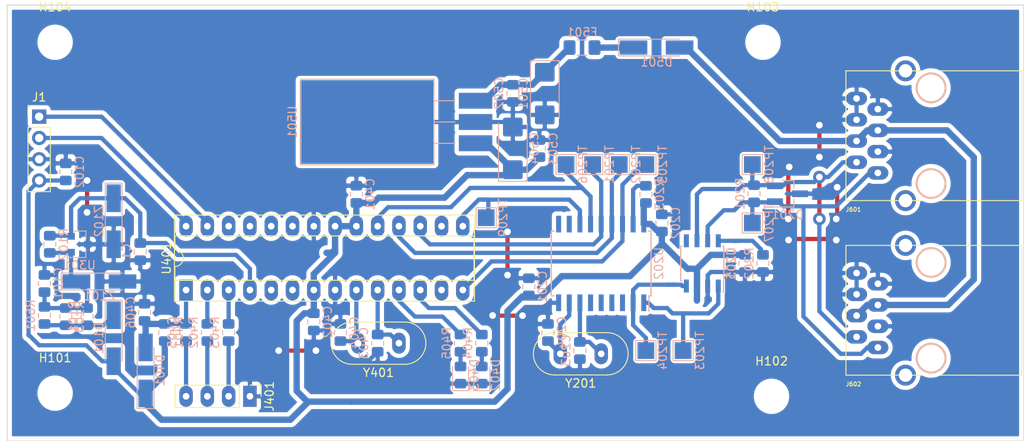
<source format=kicad_pcb>
(kicad_pcb (version 20171130) (host pcbnew 5.1.5)
  (layers (0 F.Cu jumper) (31 B.Cu signal) (34 B.Paste user) (35 F.Paste user) (36 B.SilkS user) (37 F.SilkS user) (38 B.Mask user) (39 F.Mask user) (44 Edge.Cuts user))
  (net 0 "")
  (net 1 GND)
  (net 2 +5V)
  (net 3 /MCU/RESET)
  (net 4 "Net-(C203-Pad1)")
  (net 5 "Net-(C204-Pad1)")
  (net 6 "Net-(C403-Pad1)")
  (net 7 "Net-(C404-Pad1)")
  (net 8 "Net-(C405-Pad2)")
  (net 9 "/POWER SUPPLY/+18V_OUT")
  (net 10 /MCU/LED2)
  (net 11 /MCU/LED1)
  (net 12 "Net-(D501-Pad1)")
  (net 13 "/POWER SUPPLY/+18V_IN")
  (net 14 "/CANBUS CONN/CAN_L")
  (net 15 "/CANBUS CONN/CAN_H")
  (net 16 "Net-(R202-Pad1)")
  (net 17 "Net-(R203-Pad2)")
  (net 18 /MCU/USART_RX)
  (net 19 "Net-(J401-Pad3)")
  (net 20 "Net-(J401-Pad2)")
  (net 21 /MCU/USART_TX)
  (net 22 /MOSI)
  (net 23 /MISO)
  (net 24 /CANBUS/TXCAN)
  (net 25 /CANBUS/RXCAN)
  (net 26 /CANBUS/CS)
  (net 27 /SCK)
  (net 28 /CANBUS/INT)
  (net 29 "Net-(U401-Pad5)")
  (net 30 "Net-(U401-Pad6)")
  (net 31 "Net-(U401-Pad24)")
  (net 32 "Net-(U401-Pad25)")
  (net 33 "Net-(U401-Pad26)")
  (net 34 "Net-(U401-Pad13)")
  (net 35 "Net-(U201-Pad5)")
  (net 36 "Net-(U202-Pad3)")
  (net 37 "Net-(U202-Pad4)")
  (net 38 "Net-(U202-Pad5)")
  (net 39 "Net-(U202-Pad6)")
  (net 40 "Net-(U202-Pad11)")
  (net 41 "Net-(D402-Pad2)")
  (net 42 "Net-(D403-Pad2)")
  (net 43 "Net-(U401-Pad16)")
  (net 44 "Net-(U202-Pad10)")
  (net 45 "Net-(U401-Pad23)")
  (net 46 /MCU/SDA)
  (net 47 /MCU/SCL)
  (net 48 /MCU/VOUT)
  (net 49 "Net-(C101-Pad1)")
  (net 50 "Net-(D101-Pad1)")
  (module TestPoint:TestPoint_Pad_2.0x2.0mm (layer B.Cu) (at 144.825 98.17 90)
    (fp_text reference TP209 (at 0 1.998 90) (layer B.SilkS) (effects (justify mirror)))
    (fp_text value INT)
    (pad 1 smd rect (at 0 0 90) (size 2 2) (layers B.Cu B.Mask) (net 28 /CANBUS/INT))
  )
  (module TestPoint:TestPoint_Pad_2.0x2.0mm (layer B.Cu) (at 176.575 91.82 90)
    (fp_text reference TP208 (at 0 1.998 90) (layer B.SilkS) (effects (justify mirror)))
    (fp_text value CAN_L)
    (pad 1 smd rect (at 0 0 90) (size 2 2) (layers B.Cu B.Mask) (net 14 "/CANBUS CONN/CAN_L"))
  )
  (module TestPoint:TestPoint_Pad_2.0x2.0mm (layer B.Cu) (at 176.575 98.805 90)
    (fp_text reference TP207 (at 0 1.998 90) (layer B.SilkS) (effects (justify mirror)))
    (fp_text value CAN_H)
    (pad 1 smd rect (at 0 0 90) (size 2 2) (layers B.Cu B.Mask) (net 15 "/CANBUS CONN/CAN_H"))
  )
  (module TestPoint:TestPoint_Pad_2.0x2.0mm (layer B.Cu) (at 163.875 91.82 90)
    (fp_text reference TP205 (at 0 1.998 90) (layer B.SilkS) (effects (justify mirror)))
    (fp_text value SC)
    (pad 1 smd rect (at 0 0 90) (size 2 2) (layers B.Cu B.Mask) (net 26 /CANBUS/CS))
  )
  (module TestPoint:TestPoint_Pad_2.0x2.0mm (layer B.Cu) (at 168.32 114.045 90)
    (fp_text reference TP203 (at 0 1.998 90) (layer B.SilkS) (effects (justify mirror)))
    (fp_text value TXCAN)
    (pad 1 smd rect (at 0 0 90) (size 2 2) (layers B.Cu B.Mask) (net 24 /CANBUS/TXCAN))
  )
  (module TestPoint:TestPoint_Pad_2.0x2.0mm (layer B.Cu) (at 160.7 91.82 90)
    (fp_text reference TP202 (at 0 1.998 90) (layer B.SilkS) (effects (justify mirror)))
    (fp_text value SO)
    (pad 1 smd rect (at 0 0 90) (size 2 2) (layers B.Cu B.Mask) (net 23 /MISO))
  )
  (module TestPoint:TestPoint_Pad_2.0x2.0mm (layer B.Cu) (at 157.525 91.82 90)
    (fp_text reference TP201 (at 0 1.998 90) (layer B.SilkS) (effects (justify mirror)))
    (fp_text value SI)
    (pad 1 smd rect (at 0 0 90) (size 2 2) (layers B.Cu B.Mask) (net 22 /MOSI))
  )
  (module Capacitor_SMD:C_0805_2012Metric_Pad1.15x1.40mm_HandSolder (layer B.Cu) (at 94.66 92.7 90)
    (fp_text reference C102 (at 0 1.65 90) (layer B.SilkS) (effects (justify mirror)))
    (fp_text value 100nF)
    (pad 1 smd roundrect (at -1.025 0 90) (size 1.15 1.4) (layers B.Cu B.Paste B.Mask) (roundrect_rratio 0.217) (net 2 +5V))
    (pad 2 smd roundrect (at 1.025 0 90) (size 1.15 1.4) (layers B.Cu B.Paste B.Mask) (roundrect_rratio 0.217391) (net 1 GND))
  )
  (module Capacitor_SMD:C_0805_2012Metric_Pad1.15x1.40mm_HandSolder (layer B.Cu) (at 92.12 106.035 90)
    (fp_text reference C101 (at 0 1.65 90) (layer B.SilkS) (effects (justify mirror)))
    (fp_text value 100n)
    (pad 1 smd roundrect (at -1.025 0 90) (size 1.15 1.4) (layers B.Cu B.Paste B.Mask) (roundrect_rratio 0.217391) (net 49 "Net-(C101-Pad1)"))
    (pad 2 smd roundrect (at 1.025 0 90) (size 1.15 1.4) (layers B.Cu B.Paste B.Mask) (roundrect_rratio 0.217391) (net 1 GND))
  )
  (module TestPoint:TestPoint_Pad_2.0x2.0mm (layer B.Cu) (at 154.35 91.82 90)
    (fp_text reference TP206 (at 0 1.998 90) (layer B.SilkS) (effects (justify mirror)))
    (fp_text value SCK)
    (pad 1 smd rect (at 0 0 90) (size 2 2) (layers B.Cu B.Mask) (net 27 /SCK))
  )
  (module TestPoint:TestPoint_Pad_2.0x2.0mm (layer B.Cu) (at 163.875 114.045 90)
    (fp_text reference TP204 (at 0 1.998 90) (layer B.SilkS) (effects (justify mirror)))
    (fp_text value RXCAN)
    (pad 1 smd rect (at 0 0 90) (size 2 2) (layers B.Cu B.Mask) (net 25 /CANBUS/RXCAN))
  )
  (module Diode_SMD:D_MiniMELF_Handsoldering (layer B.Cu) (at 100.375 98.595 270)
    (fp_text reference Z102 (at 0 1.75 270) (layer B.SilkS) (effects (justify mirror)))
    (fp_text value 4.7V)
    (pad 1 smd rect (at -2.75 0 270) (size 3.3 1.7) (layers B.Cu B.Paste B.Mask) (net 48 /MCU/VOUT))
    (pad 2 smd rect (at 2.75 0 270) (size 3.3 1.7) (layers B.Cu B.Paste B.Mask) (net 1 GND))
  )
  (module Diode_SMD:D_MiniMELF_Handsoldering (layer B.Cu) (at 98.68 105.79)
    (fp_text reference Z101 (at 0 1.75 180) (layer B.SilkS) (effects (justify mirror)))
    (fp_text value 4.7V)
    (pad 1 smd rect (at -2.75 0) (size 3.3 1.7) (layers B.Cu B.Paste B.Mask) (net 49 "Net-(C101-Pad1)"))
    (pad 2 smd rect (at 2.75 0) (size 3.3 1.7) (layers B.Cu B.Paste B.Mask) (net 1 GND))
  )
  (module Package_TO_SOT_SMD:SOT-23 (layer B.Cu) (at 96.295 101.345)
    (fp_text reference U301 (at 0 2.5 180) (layer B.SilkS) (effects (justify mirror)))
    (fp_text value A1101ELHL)
    (pad 1 smd rect (at -1 0.95) (size 0.9 0.8) (layers B.Cu B.Paste B.Mask) (net 49 "Net-(C101-Pad1)"))
    (pad 2 smd rect (at -1 -0.95) (size 0.9 0.8) (layers B.Cu B.Paste B.Mask) (net 48 /MCU/VOUT))
    (pad 3 smd rect (at 1 0) (size 0.9 0.8) (layers B.Cu B.Paste B.Mask) (net 1 GND))
  )
  (module Resistor_SMD:R_0805_2012Metric_Pad1.15x1.40mm_HandSolder (layer B.Cu) (at 97.2 109.99 270)
    (fp_text reference R101 (at 0 1.65 90) (layer B.SilkS) (effects (justify mirror)))
    (fp_text value 330)
    (pad 1 smd roundrect (at -1.025 0 270) (size 1.15 1.4) (layers B.Cu B.Paste B.Mask) (roundrect_rratio 0.217) (net 49 "Net-(C101-Pad1)"))
    (pad 2 smd roundrect (at 1.025 0 270) (size 1.15 1.4) (layers B.Cu B.Paste B.Mask) (roundrect_rratio 0.217) (net 50 "Net-(D101-Pad1)"))
  )
  (module Diode_SMD:D_MiniMELF_Handsoldering (layer B.Cu) (at 100.375 112.565 270)
    (fp_text reference D101 (at 0 1.75 270) (layer B.SilkS) (effects (justify mirror)))
    (fp_text value LL4148)
    (pad 1 smd rect (at -2.75 0 270) (size 3.3 1.7) (layers B.Cu B.Paste B.Mask) (net 50 "Net-(D101-Pad1)"))
    (pad 2 smd rect (at 2.75 0 270) (size 3.3 1.7) (layers B.Cu B.Paste B.Mask) (net 2 +5V))
  )
  (module Capacitor_SMD:C_0805_2012Metric_Pad1.15x1.40mm_HandSolder (layer B.Cu) (at 103.55 102.225 270)
    (fp_text reference C1 (at 0 1.65 270) (layer B.SilkS) (effects (justify mirror)))
    (fp_text value 4.7n)
    (pad 1 smd roundrect (at -1.025 0 270) (size 1.15 1.4) (layers B.Cu B.Paste B.Mask) (roundrect_rratio 0.217391) (net 48 /MCU/VOUT))
    (pad 2 smd roundrect (at 1.025 0 270) (size 1.15 1.4) (layers B.Cu B.Paste B.Mask) (roundrect_rratio 0.217) (net 1 GND))
  )
  (module Resistor_SMD:R_0805_2012Metric_Pad1.15x1.40mm_HandSolder (layer B.Cu) (at 92.12 109.845 270)
    (fp_text reference R601 (at 0 1.65 90) (layer B.SilkS) (effects (justify mirror)))
    (fp_text value 330)
    (pad 1 smd roundrect (at -1.025 0 270) (size 1.15 1.4) (layers B.Cu B.Paste B.Mask) (roundrect_rratio 0.217391) (net 49 "Net-(C101-Pad1)"))
    (pad 2 smd roundrect (at 1.025 0 270) (size 1.15 1.4) (layers B.Cu B.Paste B.Mask) (roundrect_rratio 0.217391) (net 50 "Net-(D101-Pad1)"))
  )
  (module Resistor_SMD:R_0805_2012Metric_Pad1.15x1.40mm_HandSolder (layer B.Cu) (at 92.755 101.345 90)
    (fp_text reference R102 (at 0 1.65 90) (layer B.SilkS) (effects (justify mirror)))
    (fp_text value 10k)
    (pad 1 smd roundrect (at -1.025 0 90) (size 1.15 1.4) (layers B.Cu B.Paste B.Mask) (roundrect_rratio 0.217391) (net 49 "Net-(C101-Pad1)"))
    (pad 2 smd roundrect (at 1.025 0 90) (size 1.15 1.4) (layers B.Cu B.Paste B.Mask) (roundrect_rratio 0.217391) (net 48 /MCU/VOUT))
  )
  (module Resistor_SMD:R_0805_2012Metric_Pad1.15x1.40mm_HandSolder (layer B.Cu) (at 94.66 109.99 90)
    (fp_text reference R103 (at 0 1.65 90) (layer B.SilkS) (effects (justify mirror)))
    (fp_text value 330)
    (pad 1 smd roundrect (at -1.025 0 90) (size 1.15 1.4) (layers B.Cu B.Paste B.Mask) (roundrect_rratio 0.217391) (net 50 "Net-(D101-Pad1)"))
    (pad 2 smd roundrect (at 1.025 0 90) (size 1.15 1.4) (layers B.Cu B.Paste B.Mask) (roundrect_rratio 0.217391) (net 49 "Net-(C101-Pad1)"))
  )
  (module Capacitor_Tantalum_SMD:CP_EIA-6032-20_AVX-F_Pad2.25x2.35mm_HandSolder (layer B.Cu) (at 148 89.89 90)
    (fp_text reference C504 (at 0 2.55 90) (layer B.SilkS) (effects (justify mirror)))
    (fp_text value 1uF)
    (pad 1 smd roundrect (at -2.55 0 90) (size 2.25 2.35) (layers B.Cu B.Paste B.Mask) (roundrect_rratio 0.111111) (net 2 +5V))
    (pad 2 smd roundrect (at 2.55 0 90) (size 2.25 2.35) (layers B.Cu B.Paste B.Mask) (roundrect_rratio 0.111111) (net 1 GND))
  )
  (module Capacitor_SMD:C_0805_2012Metric_Pad1.15x1.40mm_HandSolder (layer B.Cu) (at 148 83.32 270)
    (fp_text reference C502 (at 0 1.65 270) (layer B.SilkS) (effects (justify mirror)))
    (fp_text value 100nF)
    (pad 2 smd roundrect (at 1.025 0 270) (size 1.15 1.4) (layers B.Cu B.Paste B.Mask) (roundrect_rratio 0.217391) (net 1 GND))
    (pad 1 smd roundrect (at -1.025 0 270) (size 1.15 1.4) (layers B.Cu B.Paste B.Mask) (roundrect_rratio 0.217391) (net 9 "/POWER SUPPLY/+18V_OUT"))
  )
  (module Capacitor_SMD:C_0805_2012Metric_Pad1.15x1.40mm_HandSolder (layer B.Cu) (at 165.78 98.805 90)
    (fp_text reference C202 (at 0 1.65 90) (layer B.SilkS) (effects (justify mirror)))
    (fp_text value 100nF)
    (pad 2 smd roundrect (at 1.025 0 90) (size 1.15 1.4) (layers B.Cu B.Paste B.Mask) (roundrect_rratio 0.217391) (net 1 GND))
    (pad 1 smd roundrect (at -1.025 0 90) (size 1.15 1.4) (layers B.Cu B.Paste B.Mask) (roundrect_rratio 0.217391) (net 2 +5V))
  )
  (module Capacitor_SMD:C_0805_2012Metric_Pad1.15x1.40mm_HandSolder (layer B.Cu) (at 104.058 109.473 270)
    (fp_text reference C406 (at 0 1.65 270) (layer B.SilkS) (effects (justify mirror)))
    (fp_text value 100nF)
    (pad 2 smd roundrect (at 1.025 0 270) (size 1.15 1.4) (layers B.Cu B.Paste B.Mask) (roundrect_rratio 0.217391) (net 3 /MCU/RESET))
    (pad 1 smd roundrect (at -1.025 0 270) (size 1.15 1.4) (layers B.Cu B.Paste B.Mask) (roundrect_rratio 0.217391) (net 1 GND))
  )
  (module Capacitor_SMD:C_0805_2012Metric_Pad1.15x1.40mm_HandSolder (layer B.Cu) (at 127.426 111.886 90)
    (fp_text reference C404 (at 0 1.65 90) (layer B.SilkS) (effects (justify mirror)))
    (fp_text value 22pF)
    (pad 2 smd roundrect (at 1.025 0 90) (size 1.15 1.4) (layers B.Cu B.Paste B.Mask) (roundrect_rratio 0.217391) (net 1 GND))
    (pad 1 smd roundrect (at -1.025 0 90) (size 1.15 1.4) (layers B.Cu B.Paste B.Mask) (roundrect_rratio 0.217391) (net 7 "Net-(C404-Pad1)"))
  )
  (module Capacitor_SMD:C_0805_2012Metric_Pad1.15x1.40mm_HandSolder (layer B.Cu) (at 109.011 111.886 270)
    (fp_text reference C405 (at 0 1.65 270) (layer B.SilkS) (effects (justify mirror)))
    (fp_text value 100nF)
    (pad 2 smd roundrect (at 1.025 0 270) (size 1.15 1.4) (layers B.Cu B.Paste B.Mask) (roundrect_rratio 0.217391) (net 8 "Net-(C405-Pad2)"))
    (pad 1 smd roundrect (at -1.025 0 270) (size 1.15 1.4) (layers B.Cu B.Paste B.Mask) (roundrect_rratio 0.217391) (net 3 /MCU/RESET))
  )
  (module Capacitor_SMD:C_0805_2012Metric_Pad1.15x1.40mm_HandSolder (layer B.Cu) (at 175.686 103.631 270)
    (fp_text reference C205 (at 0 1.65 270) (layer B.SilkS) (effects (justify mirror)))
    (fp_text value 100nF)
    (pad 2 smd roundrect (at 1.025 0 270) (size 1.15 1.4) (layers B.Cu B.Paste B.Mask) (roundrect_rratio 0.217391) (net 1 GND))
    (pad 1 smd roundrect (at -1.025 0 270) (size 1.15 1.4) (layers B.Cu B.Paste B.Mask) (roundrect_rratio 0.217391) (net 2 +5V))
  )
  (module Capacitor_SMD:C_0805_2012Metric_Pad1.15x1.40mm_HandSolder (layer B.Cu) (at 131.871 113.156 270)
    (fp_text reference C403 (at 0 1.65 270) (layer B.SilkS) (effects (justify mirror)))
    (fp_text value 22pF)
    (pad 2 smd roundrect (at 1.025 0 270) (size 1.15 1.4) (layers B.Cu B.Paste B.Mask) (roundrect_rratio 0.217391) (net 1 GND))
    (pad 1 smd roundrect (at -1.025 0 270) (size 1.15 1.4) (layers B.Cu B.Paste B.Mask) (roundrect_rratio 0.217391) (net 6 "Net-(C403-Pad1)"))
  )
  (module Capacitor_SMD:C_0805_2012Metric_Pad1.15x1.40mm_HandSolder (layer B.Cu) (at 129.331 95.376 90)
    (fp_text reference C401 (at 0 1.65 90) (layer B.SilkS) (effects (justify mirror)))
    (fp_text value 100nF)
    (pad 2 smd roundrect (at 1.025 0 90) (size 1.15 1.4) (layers B.Cu B.Paste B.Mask) (roundrect_rratio 0.217391) (net 1 GND))
    (pad 1 smd roundrect (at -1.025 0 90) (size 1.15 1.4) (layers B.Cu B.Paste B.Mask) (roundrect_rratio 0.217391) (net 2 +5V))
  )
  (module KicadZeniteSolarLibrary18:RJ45_YH59_01 (layer F.Cu) (at 191.553 92.826 90)
    (fp_text reference J601 (at -4.364296 -2.909696 180) (layer F.SilkS) (effects (font (size 0.5 0.5) (thickness 0.1))))
    (fp_text value RJ45)
    (pad 9 thru_hole circle (at 12.2 3.296 90) (size 2.5 2.5) (drill 1.6) (layers *.Cu *.Mask))
    (pad 9 thru_hole circle (at -3.3 3.296 90) (size 2.5 2.5) (drill 1.6) (layers *.Cu *.Mask))
    (pad 8 thru_hole oval (at 8.895 -2.544 90) (size 1.6 2.5) (drill 0.8) (layers *.Cu *.Mask) (net 1 GND))
    (pad 7 thru_hole oval (at 7.625 -0.004 90) (size 1.6 2.5) (drill 0.8) (layers *.Cu *.Mask) (net 1 GND))
    (pad 6 thru_hole oval (at 6.355 -2.544 90) (size 1.6 2.5) (drill 0.8) (layers *.Cu *.Mask) (net 1 GND))
    (pad 5 thru_hole oval (at 5.085 -0.004 90) (size 1.6 2.5) (drill 0.8) (layers *.Cu *.Mask) (net 13 "/POWER SUPPLY/+18V_IN"))
    (pad 4 thru_hole oval (at 3.815 -2.544 90) (size 1.6 2.5) (drill 0.8) (layers *.Cu *.Mask) (net 13 "/POWER SUPPLY/+18V_IN"))
    (pad 3 thru_hole oval (at 2.545 -0.004 90) (size 1.6 2.5) (drill 0.8) (layers *.Cu *.Mask) (net 1 GND))
    (pad 2 thru_hole oval (at 1.275 -2.544 90) (size 1.6 2.5) (drill 0.8) (layers *.Cu *.Mask) (net 14 "/CANBUS CONN/CAN_L"))
    (pad 1 thru_hole oval (at 0.005 -0.004 90) (size 1.6 2.5) (drill 0.8) (layers *.Cu *.Mask) (net 15 "/CANBUS CONN/CAN_H"))
    (pad "" np_thru_hole circle (at -1.265 6.346 90) (size 3.65 3.65) (drill 3.2) (layers *.Cu *.SilkS *.Mask))
    (pad "" np_thru_hole circle (at 10.165 6.346 90) (size 3.65 3.65) (drill 3.2) (layers *.Cu *.SilkS *.Mask))
  )
  (module Package_TO_SOT_SMD:SOT-23_Handsoldering (layer B.Cu) (at 180.775 95.31)
    (fp_text reference D201 (at 0 2.5 180) (layer B.SilkS) (effects (justify mirror)))
    (fp_text value pesd1can)
    (pad 1 smd rect (at -1.5 0.95) (size 1.9 0.8) (layers B.Cu B.Paste B.Mask) (net 15 "/CANBUS CONN/CAN_H"))
    (pad 2 smd rect (at -1.5 -0.95) (size 1.9 0.8) (layers B.Cu B.Paste B.Mask) (net 14 "/CANBUS CONN/CAN_L"))
    (pad 3 smd rect (at 1.5 0) (size 1.9 0.8) (layers B.Cu B.Paste B.Mask) (net 1 GND))
  )
  (module Capacitor_SMD:C_0805_2012Metric_Pad1.15x1.40mm_HandSolder (layer B.Cu) (at 152.191 111.886 90)
    (fp_text reference C204 (at 0 1.65 90) (layer B.SilkS) (effects (justify mirror)))
    (fp_text value 22pF)
    (pad 2 smd roundrect (at 1.025 0 90) (size 1.15 1.4) (layers B.Cu B.Paste B.Mask) (roundrect_rratio 0.217391) (net 1 GND))
    (pad 1 smd roundrect (at -1.025 0 90) (size 1.15 1.4) (layers B.Cu B.Paste B.Mask) (roundrect_rratio 0.217391) (net 5 "Net-(C204-Pad1)"))
  )
  (module Capacitor_SMD:C_0805_2012Metric_Pad1.15x1.40mm_HandSolder (layer B.Cu) (at 156.001 114.036 270)
    (fp_text reference C203 (at 0 1.65 270) (layer B.SilkS) (effects (justify mirror)))
    (fp_text value 22pF)
    (pad 2 smd roundrect (at 1.025 0 270) (size 1.15 1.4) (layers B.Cu B.Paste B.Mask) (roundrect_rratio 0.217391) (net 1 GND))
    (pad 1 smd roundrect (at -1.025 0 270) (size 1.15 1.4) (layers B.Cu B.Paste B.Mask) (roundrect_rratio 0.217391) (net 4 "Net-(C203-Pad1)"))
  )
  (module Connector_PinHeader_2.54mm:PinHeader_1x04_P2.54mm_Vertical (layer F.Cu) (at 91.485 86.105)
    (fp_text reference J1 (at 0 -2.33 180) (layer F.SilkS))
    (fp_text value Conn_01x04)
    (pad 4 thru_hole oval (at 0 7.62) (size 1.7 1.7) (drill 1) (layers *.Cu *.Mask) (net 2 +5V))
    (pad 3 thru_hole oval (at 0 5.08) (size 1.7 1.7) (drill 1) (layers *.Cu *.Mask) (net 1 GND))
    (pad 2 thru_hole oval (at 0 2.54) (size 1.7 1.7) (drill 1) (layers *.Cu *.Mask) (net 47 /MCU/SCL))
    (pad 1 thru_hole rect (at 0 0) (size 1.7 1.7) (drill 1) (layers *.Cu *.Mask) (net 46 /MCU/SDA))
  )
  (module Capacitor_SMD:C_0805_2012Metric_Pad1.15x1.40mm_HandSolder (layer B.Cu) (at 149.905 106.425 90)
    (fp_text reference C201 (at 0 1.65 90) (layer B.SilkS) (effects (justify mirror)))
    (fp_text value 100nF)
    (pad 2 smd roundrect (at 1.025 0 90) (size 1.15 1.4) (layers B.Cu B.Paste B.Mask) (roundrect_rratio 0.217391) (net 1 GND))
    (pad 1 smd roundrect (at -1.025 0 90) (size 1.15 1.4) (layers B.Cu B.Paste B.Mask) (roundrect_rratio 0.217391) (net 2 +5V))
  )
  (module Fuse:Fuse_1206_3216Metric_Pad1.42x1.75mm_HandSolder (layer B.Cu) (at 156.255 77.85 180)
    (fp_text reference F501 (at 0 1.82) (layer B.SilkS) (effects (justify mirror)))
    (fp_text value 500mA)
    (pad 2 smd roundrect (at 1.4875 0 180) (size 1.425 1.75) (layers B.Cu B.Paste B.Mask) (roundrect_rratio 0.175439) (net 9 "/POWER SUPPLY/+18V_OUT"))
    (pad 1 smd roundrect (at -1.4875 0 180) (size 1.425 1.75) (layers B.Cu B.Paste B.Mask) (roundrect_rratio 0.175439) (net 12 "Net-(D501-Pad1)"))
  )
  (module KicadZeniteSolarLibrary18:RJ45_YH59_01 (layer F.Cu) (at 191.557 113.681 90)
    (fp_text reference J602 (at -4.364296 -2.909696 180) (layer F.SilkS) (effects (font (size 0.5 0.5) (thickness 0.1))))
    (fp_text value RJ45)
    (pad 9 thru_hole circle (at 12.2 3.296 90) (size 2.5 2.5) (drill 1.6) (layers *.Cu *.Mask))
    (pad 9 thru_hole circle (at -3.3 3.296 90) (size 2.5 2.5) (drill 1.6) (layers *.Cu *.Mask))
    (pad 8 thru_hole oval (at 8.895 -2.544 90) (size 1.6 2.5) (drill 0.8) (layers *.Cu *.Mask) (net 1 GND))
    (pad 7 thru_hole oval (at 7.625 -0.004 90) (size 1.6 2.5) (drill 0.8) (layers *.Cu *.Mask) (net 1 GND))
    (pad 6 thru_hole oval (at 6.355 -2.544 90) (size 1.6 2.5) (drill 0.8) (layers *.Cu *.Mask) (net 1 GND))
    (pad 5 thru_hole oval (at 5.085 -0.004 90) (size 1.6 2.5) (drill 0.8) (layers *.Cu *.Mask) (net 13 "/POWER SUPPLY/+18V_IN"))
    (pad 4 thru_hole oval (at 3.815 -2.544 90) (size 1.6 2.5) (drill 0.8) (layers *.Cu *.Mask) (net 13 "/POWER SUPPLY/+18V_IN"))
    (pad 3 thru_hole oval (at 2.545 -0.004 90) (size 1.6 2.5) (drill 0.8) (layers *.Cu *.Mask) (net 1 GND))
    (pad 2 thru_hole oval (at 1.275 -2.544 90) (size 1.6 2.5) (drill 0.8) (layers *.Cu *.Mask) (net 14 "/CANBUS CONN/CAN_L"))
    (pad 1 thru_hole oval (at 0.005 -0.004 90) (size 1.6 2.5) (drill 0.8) (layers *.Cu *.Mask) (net 15 "/CANBUS CONN/CAN_H"))
    (pad "" np_thru_hole circle (at -1.265 6.346 90) (size 3.65 3.65) (drill 3.2) (layers *.Cu *.SilkS *.Mask))
    (pad "" np_thru_hole circle (at 10.165 6.346 90) (size 3.65 3.65) (drill 3.2) (layers *.Cu *.SilkS *.Mask))
  )
  (module Capacitor_Tantalum_SMD:CP_EIA-6032-20_AVX-F_Pad2.25x2.35mm_HandSolder (layer B.Cu) (at 151.81 83.345 270)
    (fp_text reference C501 (at 0 2.55 270) (layer B.SilkS) (effects (justify mirror)))
    (fp_text value 1uF)
    (pad 2 smd roundrect (at 2.55 0 270) (size 2.25 2.35) (layers B.Cu B.Paste B.Mask) (roundrect_rratio 0.111111) (net 1 GND))
    (pad 1 smd roundrect (at -2.55 0 270) (size 2.25 2.35) (layers B.Cu B.Paste B.Mask) (roundrect_rratio 0.111111) (net 9 "/POWER SUPPLY/+18V_OUT"))
  )
  (module KicadZeniteSolarLibrary18:TO-220-3_Horizontal_TabDown_SMD (layer B.Cu) (at 142.285 84.2 270)
    (fp_text reference U501 (at 2.54 20.58 270) (layer B.SilkS) (effects (justify mirror)))
    (fp_text value LM7805)
    (pad 3 smd rect (at 5.08 -1.27 270) (size 1.905 4) (layers B.Cu B.Paste B.Mask) (net 2 +5V))
    (pad 2 smd rect (at 2.54 -1.27 270) (size 1.905 4) (layers B.Cu B.Paste B.Mask) (net 1 GND))
    (pad 1 smd rect (at 0 -1.27 270) (size 1.905 4) (layers B.Cu B.Paste B.Mask) (net 9 "/POWER SUPPLY/+18V_OUT"))
    (pad "" smd rect (at 2.54 11.684 270) (size 10 16) (layers B.Cu B.Paste B.Mask))
  )
  (module Package_DIP:DIP-28_W7.62mm_Socket (layer F.Cu) (at 109.011 106.806 90)
    (fp_text reference U401 (at 3.81 -2.33 90) (layer F.SilkS))
    (fp_text value ATMEGA328P-PU)
    (pad 28 thru_hole oval (at 7.62 0 90) (size 2.5 1.6) (drill 0.8) (layers *.Cu *.Mask) (net 47 /MCU/SCL))
    (pad 14 thru_hole oval (at 0 33.02 90) (size 2.5 1.6) (drill 0.8) (layers *.Cu *.Mask) (net 26 /CANBUS/CS))
    (pad 27 thru_hole oval (at 7.62 2.54 90) (size 2.5 1.6) (drill 0.8) (layers *.Cu *.Mask) (net 46 /MCU/SDA))
    (pad 13 thru_hole oval (at 0 30.48 90) (size 2.5 1.6) (drill 0.8) (layers *.Cu *.Mask) (net 34 "Net-(U401-Pad13)"))
    (pad 26 thru_hole oval (at 7.62 5.08 90) (size 2.5 1.6) (drill 0.8) (layers *.Cu *.Mask) (net 33 "Net-(U401-Pad26)"))
    (pad 12 thru_hole oval (at 0 27.94 90) (size 2.5 1.6) (drill 0.8) (layers *.Cu *.Mask) (net 10 /MCU/LED2))
    (pad 25 thru_hole oval (at 7.62 7.62 90) (size 2.5 1.6) (drill 0.8) (layers *.Cu *.Mask) (net 32 "Net-(U401-Pad25)"))
    (pad 11 thru_hole oval (at 0 25.4 90) (size 2.5 1.6) (drill 0.8) (layers *.Cu *.Mask) (net 11 /MCU/LED1))
    (pad 24 thru_hole oval (at 7.62 10.16 90) (size 2.5 1.6) (drill 0.8) (layers *.Cu *.Mask) (net 31 "Net-(U401-Pad24)"))
    (pad 10 thru_hole oval (at 0 22.86 90) (size 2.5 1.6) (drill 0.8) (layers *.Cu *.Mask) (net 6 "Net-(C403-Pad1)"))
    (pad 23 thru_hole oval (at 7.62 12.7 90) (size 2.5 1.6) (drill 0.8) (layers *.Cu *.Mask) (net 45 "Net-(U401-Pad23)"))
    (pad 9 thru_hole oval (at 0 20.32 90) (size 2.5 1.6) (drill 0.8) (layers *.Cu *.Mask) (net 7 "Net-(C404-Pad1)"))
    (pad 22 thru_hole oval (at 7.62 15.24 90) (size 2.5 1.6) (drill 0.8) (layers *.Cu *.Mask) (net 1 GND))
    (pad 8 thru_hole oval (at 0 17.78 90) (size 2.5 1.6) (drill 0.8) (layers *.Cu *.Mask) (net 1 GND))
    (pad 21 thru_hole oval (at 7.62 17.78 90) (size 2.5 1.6) (drill 0.8) (layers *.Cu *.Mask) (net 2 +5V))
    (pad 7 thru_hole oval (at 0 15.24 90) (size 2.5 1.6) (drill 0.8) (layers *.Cu *.Mask) (net 2 +5V))
    (pad 20 thru_hole oval (at 7.62 20.32 90) (size 2.5 1.6) (drill 0.8) (layers *.Cu *.Mask) (net 2 +5V))
    (pad 6 thru_hole oval (at 0 12.7 90) (size 2.5 1.6) (drill 0.8) (layers *.Cu *.Mask) (net 30 "Net-(U401-Pad6)"))
    (pad 19 thru_hole oval (at 7.62 22.86 90) (size 2.5 1.6) (drill 0.8) (layers *.Cu *.Mask) (net 27 /SCK))
    (pad 5 thru_hole oval (at 0 10.16 90) (size 2.5 1.6) (drill 0.8) (layers *.Cu *.Mask) (net 29 "Net-(U401-Pad5)"))
    (pad 18 thru_hole oval (at 7.62 25.4 90) (size 2.5 1.6) (drill 0.8) (layers *.Cu *.Mask) (net 23 /MISO))
    (pad 4 thru_hole oval (at 0 7.62 90) (size 2.5 1.6) (drill 0.8) (layers *.Cu *.Mask) (net 48 /MCU/VOUT))
    (pad 17 thru_hole oval (at 7.62 27.94 90) (size 2.5 1.6) (drill 0.8) (layers *.Cu *.Mask) (net 22 /MOSI))
    (pad 3 thru_hole oval (at 0 5.08 90) (size 2.5 1.6) (drill 0.8) (layers *.Cu *.Mask) (net 21 /MCU/USART_TX))
    (pad 16 thru_hole oval (at 7.62 30.48 90) (size 2.5 1.6) (drill 0.8) (layers *.Cu *.Mask) (net 43 "Net-(U401-Pad16)"))
    (pad 2 thru_hole oval (at 0 2.54 90) (size 2.5 1.6) (drill 0.8) (layers *.Cu *.Mask) (net 18 /MCU/USART_RX))
    (pad 15 thru_hole oval (at 7.62 33.02 90) (size 2.5 1.6) (drill 0.8) (layers *.Cu *.Mask) (net 28 /CANBUS/INT))
    (pad 1 thru_hole rect (at 0 0 90) (size 2.5 1.6) (drill 0.8) (layers *.Cu *.Mask) (net 3 /MCU/RESET))
  )
  (module Capacitor_SMD:C_0805_2012Metric_Pad1.15x1.40mm_HandSolder (layer B.Cu) (at 151.175 89.915 90)
    (fp_text reference C503 (at 0 1.65 90) (layer B.SilkS) (effects (justify mirror)))
    (fp_text value 100nF)
    (pad 2 smd roundrect (at 1.025 0 90) (size 1.15 1.4) (layers B.Cu B.Paste B.Mask) (roundrect_rratio 0.217391) (net 1 GND))
    (pad 1 smd roundrect (at -1.025 0 90) (size 1.15 1.4) (layers B.Cu B.Paste B.Mask) (roundrect_rratio 0.217391) (net 2 +5V))
  )
  (module Capacitor_SMD:C_0805_2012Metric_Pad1.15x1.40mm_HandSolder (layer B.Cu) (at 124.251 110.616 90)
    (fp_text reference C402 (at 0 1.65 90) (layer B.SilkS) (effects (justify mirror)))
    (fp_text value 100nF)
    (pad 2 smd roundrect (at 1.025 0 90) (size 1.15 1.4) (layers B.Cu B.Paste B.Mask) (roundrect_rratio 0.217391) (net 2 +5V))
    (pad 1 smd roundrect (at -1.025 0 90) (size 1.15 1.4) (layers B.Cu B.Paste B.Mask) (roundrect_rratio 0.217391) (net 1 GND))
  )
  (module Resistor_SMD:R_0805_2012Metric_Pad1.15x1.40mm_HandSolder (layer B.Cu) (at 177.845 103.631 270)
    (fp_text reference R202 (at 0 1.65 270) (layer B.SilkS) (effects (justify mirror)))
    (fp_text value 4k7)
    (pad 2 smd roundrect (at 1.025 0 270) (size 1.15 1.4) (layers B.Cu B.Paste B.Mask) (roundrect_rratio 0.217391) (net 1 GND))
    (pad 1 smd roundrect (at -1.025 0 270) (size 1.15 1.4) (layers B.Cu B.Paste B.Mask) (roundrect_rratio 0.217391) (net 16 "Net-(R202-Pad1)"))
  )
  (module LED_SMD:LED_0805_2012Metric_Pad1.15x1.40mm_HandSolder (layer B.Cu) (at 144.296344 116.966 90)
    (fp_text reference D402 (at 0 1.65 90) (layer B.SilkS) (effects (justify mirror)))
    (fp_text value LED_RED)
    (pad 2 smd roundrect (at 1.025 0 90) (size 1.15 1.4) (layers B.Cu B.Paste B.Mask) (roundrect_rratio 0.217391) (net 41 "Net-(D402-Pad2)"))
    (pad 1 smd roundrect (at -1.025 0 90) (size 1.15 1.4) (layers B.Cu B.Paste B.Mask) (roundrect_rratio 0.217391) (net 1 GND))
  )
  (module MountingHole:MountingHole_3.2mm_M3 (layer F.Cu) (at 93.39 77.215)
    (fp_text reference H104 (at 0 -4.2 180) (layer F.SilkS))
    (fp_text value MountingHole)
    (pad "" np_thru_hole circle (at 0 0) (size 3.2 3.2) (drill 3.2) (layers *.Cu *.Mask))
  )
  (module MountingHole:MountingHole_3.2mm_M3 (layer F.Cu) (at 93.39 119.125)
    (fp_text reference H101 (at 0 -4.2 180) (layer F.SilkS))
    (fp_text value MountingHole)
    (pad 1 np_thru_hole circle (at 0 0) (size 3.2 3.2) (drill 3.2) (layers *.Cu *.Mask))
  )
  (module Diode_SMD:D_MiniMELF_Handsoldering (layer B.Cu) (at 104.185 116.414 90)
    (fp_text reference D401 (at 0 1.75 90) (layer B.SilkS) (effects (justify mirror)))
    (fp_text value LL4148)
    (pad 2 smd rect (at 2.75 0 90) (size 3.3 1.7) (layers B.Cu B.Paste B.Mask) (net 3 /MCU/RESET))
    (pad 1 smd rect (at -2.75 0 90) (size 3.3 1.7) (layers B.Cu B.Paste B.Mask) (net 2 +5V))
  )
  (module Resistor_SMD:R_0805_2012Metric_Pad1.15x1.40mm_HandSolder (layer B.Cu) (at 111.551 111.886 270)
    (fp_text reference R402 (at 0 1.65 270) (layer B.SilkS) (effects (justify mirror)))
    (fp_text value 1k)
    (pad 2 smd roundrect (at 1.025 0 270) (size 1.15 1.4) (layers B.Cu B.Paste B.Mask) (roundrect_rratio 0.217391) (net 19 "Net-(J401-Pad3)"))
    (pad 1 smd roundrect (at -1.025 0 270) (size 1.15 1.4) (layers B.Cu B.Paste B.Mask) (roundrect_rratio 0.217391) (net 18 /MCU/USART_RX))
  )
  (module Resistor_SMD:R_0805_2012Metric_Pad1.15x1.40mm_HandSolder (layer B.Cu) (at 144.296344 113.156 270)
    (fp_text reference R404 (at 0 1.65 270) (layer B.SilkS) (effects (justify mirror)))
    (fp_text value 1k)
    (pad 2 smd roundrect (at 1.025 0 270) (size 1.15 1.4) (layers B.Cu B.Paste B.Mask) (roundrect_rratio 0.217391) (net 41 "Net-(D402-Pad2)"))
    (pad 1 smd roundrect (at -1.025 0 270) (size 1.15 1.4) (layers B.Cu B.Paste B.Mask) (roundrect_rratio 0.217391) (net 10 /MCU/LED2))
  )
  (module Resistor_SMD:R_0805_2012Metric_Pad1.15x1.40mm_HandSolder (layer B.Cu) (at 114.091 111.886 270)
    (fp_text reference R403 (at 0 1.65 270) (layer B.SilkS) (effects (justify mirror)))
    (fp_text value 1k)
    (pad 2 smd roundrect (at 1.025 0 270) (size 1.15 1.4) (layers B.Cu B.Paste B.Mask) (roundrect_rratio 0.217391) (net 20 "Net-(J401-Pad2)"))
    (pad 1 smd roundrect (at -1.025 0 270) (size 1.15 1.4) (layers B.Cu B.Paste B.Mask) (roundrect_rratio 0.217391) (net 21 /MCU/USART_TX))
  )
  (module MountingHole:MountingHole_3.2mm_M3 (layer F.Cu) (at 178.861 119.506)
    (fp_text reference H102 (at 0 -4.2 180) (layer F.SilkS))
    (fp_text value MountingHole)
    (pad 1 np_thru_hole circle (at 0 0) (size 3.2 3.2) (drill 3.2) (layers *.Cu *.Mask))
  )
  (module Resistor_SMD:R_0805_2012Metric_Pad1.15x1.40mm_HandSolder (layer B.Cu) (at 163.875 95.385 90)
    (fp_text reference R203 (at 0 1.65 90) (layer B.SilkS) (effects (justify mirror)))
    (fp_text value 10k)
    (pad 2 smd roundrect (at 1.025 0 90) (size 1.15 1.4) (layers B.Cu B.Paste B.Mask) (roundrect_rratio 0.217391) (net 17 "Net-(R203-Pad2)"))
    (pad 1 smd roundrect (at -1.025 0 90) (size 1.15 1.4) (layers B.Cu B.Paste B.Mask) (roundrect_rratio 0.217391) (net 2 +5V))
  )
  (module Resistor_SMD:R_0805_2012Metric_Pad1.15x1.40mm_HandSolder (layer B.Cu) (at 141.756344 113.156 270)
    (fp_text reference R405 (at 0 1.65 270) (layer B.SilkS) (effects (justify mirror)))
    (fp_text value 1k)
    (pad 2 smd roundrect (at 1.025 0 270) (size 1.15 1.4) (layers B.Cu B.Paste B.Mask) (roundrect_rratio 0.217391) (net 42 "Net-(D403-Pad2)"))
    (pad 1 smd roundrect (at -1.025 0 270) (size 1.15 1.4) (layers B.Cu B.Paste B.Mask) (roundrect_rratio 0.217391) (net 11 /MCU/LED1))
  )
  (module LED_SMD:LED_0805_2012Metric_Pad1.15x1.40mm_HandSolder (layer B.Cu) (at 141.756344 116.966 90)
    (fp_text reference D403 (at 0 1.65 90) (layer B.SilkS) (effects (justify mirror)))
    (fp_text value LED_RED)
    (pad 2 smd roundrect (at 1.025 0 90) (size 1.15 1.4) (layers B.Cu B.Paste B.Mask) (roundrect_rratio 0.217391) (net 42 "Net-(D403-Pad2)"))
    (pad 1 smd roundrect (at -1.025 0 90) (size 1.15 1.4) (layers B.Cu B.Paste B.Mask) (roundrect_rratio 0.217391) (net 1 GND))
  )
  (module Package_SO:SOIC-18W_7.5x11.6mm_P1.27mm (layer B.Cu) (at 158.541 103.631 90)
    (fp_text reference U202 (at 0 6.875 90) (layer B.SilkS) (effects (justify mirror)))
    (fp_text value MCP2515-xSO)
    (pad 18 smd rect (at 4.7 5.08 90) (size 2 0.6) (layers B.Cu B.Paste B.Mask) (net 2 +5V))
    (pad 17 smd rect (at 4.7 3.81 90) (size 2 0.6) (layers B.Cu B.Paste B.Mask) (net 17 "Net-(R203-Pad2)"))
    (pad 16 smd rect (at 4.7 2.54 90) (size 2 0.6) (layers B.Cu B.Paste B.Mask) (net 26 /CANBUS/CS))
    (pad 15 smd rect (at 4.7 1.27 90) (size 2 0.6) (layers B.Cu B.Paste B.Mask) (net 23 /MISO))
    (pad 14 smd rect (at 4.7 0 90) (size 2 0.6) (layers B.Cu B.Paste B.Mask) (net 22 /MOSI))
    (pad 13 smd rect (at 4.7 -1.27 90) (size 2 0.6) (layers B.Cu B.Paste B.Mask) (net 27 /SCK))
    (pad 12 smd rect (at 4.7 -2.54 90) (size 2 0.6) (layers B.Cu B.Paste B.Mask) (net 28 /CANBUS/INT))
    (pad 11 smd rect (at 4.7 -3.81 90) (size 2 0.6) (layers B.Cu B.Paste B.Mask) (net 40 "Net-(U202-Pad11)"))
    (pad 10 smd rect (at 4.7 -5.08 90) (size 2 0.6) (layers B.Cu B.Paste B.Mask) (net 44 "Net-(U202-Pad10)"))
    (pad 9 smd rect (at -4.7 -5.08 90) (size 2 0.6) (layers B.Cu B.Paste B.Mask) (net 1 GND))
    (pad 8 smd rect (at -4.7 -3.81 90) (size 2 0.6) (layers B.Cu B.Paste B.Mask) (net 5 "Net-(C204-Pad1)"))
    (pad 7 smd rect (at -4.7 -2.54 90) (size 2 0.6) (layers B.Cu B.Paste B.Mask) (net 4 "Net-(C203-Pad1)"))
    (pad 6 smd rect (at -4.7 -1.27 90) (size 2 0.6) (layers B.Cu B.Paste B.Mask) (net 39 "Net-(U202-Pad6)"))
    (pad 5 smd rect (at -4.7 0 90) (size 2 0.6) (layers B.Cu B.Paste B.Mask) (net 38 "Net-(U202-Pad5)"))
    (pad 4 smd rect (at -4.7 1.27 90) (size 2 0.6) (layers B.Cu B.Paste B.Mask) (net 37 "Net-(U202-Pad4)"))
    (pad 3 smd rect (at -4.7 2.54 90) (size 2 0.6) (layers B.Cu B.Paste B.Mask) (net 36 "Net-(U202-Pad3)"))
    (pad 2 smd rect (at -4.7 3.81 90) (size 2 0.6) (layers B.Cu B.Paste B.Mask) (net 25 /CANBUS/RXCAN))
    (pad 1 smd rect (at -4.7 5.08 90) (size 2 0.6) (layers B.Cu B.Paste B.Mask) (net 24 /CANBUS/TXCAN))
  )
  (module Diode_SMD:D_MiniMELF_Handsoldering (layer B.Cu) (at 165.145 77.85)
    (fp_text reference D501 (at 0 1.75 180) (layer B.SilkS) (effects (justify mirror)))
    (fp_text value LL4148)
    (pad 2 smd rect (at 2.75 0) (size 3.3 1.7) (layers B.Cu B.Paste B.Mask) (net 13 "/POWER SUPPLY/+18V_IN"))
    (pad 1 smd rect (at -2.75 0) (size 3.3 1.7) (layers B.Cu B.Paste B.Mask) (net 12 "Net-(D501-Pad1)"))
  )
  (module Package_SO:SOIC-8_3.9x4.9mm_P1.27mm (layer B.Cu) (at 170.606 103.631 90)
    (fp_text reference U201 (at 0 3.5 90) (layer B.SilkS) (effects (justify mirror)))
    (fp_text value MCP2551-I/SN)
    (pad 8 smd rect (at 2.7 1.905 90) (size 1.55 0.6) (layers B.Cu B.Paste B.Mask) (net 16 "Net-(R202-Pad1)"))
    (pad 7 smd rect (at 2.7 0.635 90) (size 1.55 0.6) (layers B.Cu B.Paste B.Mask) (net 15 "/CANBUS CONN/CAN_H"))
    (pad 6 smd rect (at 2.7 -0.635 90) (size 1.55 0.6) (layers B.Cu B.Paste B.Mask) (net 14 "/CANBUS CONN/CAN_L"))
    (pad 5 smd rect (at 2.7 -1.905 90) (size 1.55 0.6) (layers B.Cu B.Paste B.Mask) (net 35 "Net-(U201-Pad5)"))
    (pad 4 smd rect (at -2.7 -1.905 90) (size 1.55 0.6) (layers B.Cu B.Paste B.Mask) (net 25 /CANBUS/RXCAN))
    (pad 3 smd rect (at -2.7 -0.635 90) (size 1.55 0.6) (layers B.Cu B.Paste B.Mask) (net 2 +5V))
    (pad 2 smd rect (at -2.7 0.635 90) (size 1.55 0.6) (layers B.Cu B.Paste B.Mask) (net 1 GND))
    (pad 1 smd rect (at -2.7 1.905 90) (size 1.55 0.6) (layers B.Cu B.Paste B.Mask) (net 24 /CANBUS/TXCAN))
  )
  (module Crystal:Crystal_HC49-U_Vertical (layer F.Cu) (at 134.411 113.156 180)
    (fp_text reference Y401 (at 2.44 -3.525) (layer F.SilkS))
    (fp_text value 16MHz)
    (pad 2 thru_hole oval (at 4.88 0 180) (size 1.6 2.5) (drill 0.8) (layers *.Cu *.Mask) (net 7 "Net-(C404-Pad1)"))
    (pad 1 thru_hole oval (at 0 0 180) (size 1.6 2.5) (drill 0.8) (layers *.Cu *.Mask) (net 6 "Net-(C403-Pad1)"))
  )
  (module Connector_PinHeader_2.54mm:PinHeader_1x04_P2.54mm_Vertical (layer F.Cu) (at 116.631 119.506 270)
    (fp_text reference J401 (at 0 -2.33 270) (layer F.SilkS))
    (fp_text value USART)
    (pad 4 thru_hole oval (at 0 7.62 270) (size 2.5 1.6) (drill 0.8) (layers *.Cu *.Mask) (net 8 "Net-(C405-Pad2)"))
    (pad 3 thru_hole oval (at 0 5.08 270) (size 2.5 1.6) (drill 0.8) (layers *.Cu *.Mask) (net 19 "Net-(J401-Pad3)"))
    (pad 2 thru_hole oval (at 0 2.54 270) (size 2.5 1.6) (drill 0.8) (layers *.Cu *.Mask) (net 20 "Net-(J401-Pad2)"))
    (pad 1 thru_hole rect (at 0 0 270) (size 2.5 1.6) (drill 0.8) (layers *.Cu *.Mask) (net 1 GND))
  )
  (module MountingHole:MountingHole_3.2mm_M3 (layer F.Cu) (at 177.845 77.215)
    (fp_text reference H103 (at 0 -4.2 180) (layer F.SilkS))
    (fp_text value MountingHole)
    (pad 1 np_thru_hole circle (at 0 0) (size 3.2 3.2) (drill 3.2) (layers *.Cu *.Mask))
  )
  (module Resistor_SMD:R_0805_2012Metric_Pad1.15x1.40mm_HandSolder (layer B.Cu) (at 106.471 111.886 90)
    (fp_text reference R401 (at 0 1.65 90) (layer B.SilkS) (effects (justify mirror)))
    (fp_text value 10k)
    (pad 2 smd roundrect (at 1.025 0 90) (size 1.15 1.4) (layers B.Cu B.Paste B.Mask) (roundrect_rratio 0.217391) (net 3 /MCU/RESET))
    (pad 1 smd roundrect (at -1.025 0 90) (size 1.15 1.4) (layers B.Cu B.Paste B.Mask) (roundrect_rratio 0.217391) (net 2 +5V))
  )
  (module Resistor_SMD:R_0805_2012Metric_Pad1.15x1.40mm_HandSolder (layer B.Cu) (at 176.775 95.31 270)
    (fp_text reference R201 (at 0 1.65 270) (layer B.SilkS) (effects (justify mirror)))
    (fp_text value 120)
    (pad 2 smd roundrect (at 1.025 0 270) (size 1.15 1.4) (layers B.Cu B.Paste B.Mask) (roundrect_rratio 0.217391) (net 15 "/CANBUS CONN/CAN_H"))
    (pad 1 smd roundrect (at -1.025 0 270) (size 1.15 1.4) (layers B.Cu B.Paste B.Mask) (roundrect_rratio 0.217391) (net 14 "/CANBUS CONN/CAN_L"))
  )
  (module Crystal:Crystal_HC49-U_Vertical (layer F.Cu) (at 158.541 114.426 180)
    (fp_text reference Y201 (at 2.44 -3.525) (layer F.SilkS))
    (fp_text value 16MHz)
    (pad 2 thru_hole oval (at 4.88 0 180) (size 1.6 2.5) (drill 0.8) (layers *.Cu *.Mask) (net 5 "Net-(C204-Pad1)"))
    (pad 1 thru_hole oval (at 0 0 180) (size 1.6 2.5) (drill 0.8) (layers *.Cu *.Mask) (net 4 "Net-(C203-Pad1)"))
  )
  (gr_line (start 87.675 124.84) (end 87.675 72.77) (layer Edge.Cuts) (width 0.1))
  (gr_line (start 87.675 72.77) (end 208.96 72.77) (layer Edge.Cuts) (width 0.1))
  (gr_line (start 208.96 72.77) (end 208.96 124.84) (layer Edge.Cuts) (width 0.1))
  (gr_line (start 208.96 124.84) (end 87.675 124.84) (layer Edge.Cuts) (width 0.1))
  (via (at 147.365 99.844968) (size 1.5) (drill 0.8) (layers F.Cu B.Cu) (net 1))
  (via (at 184.576 87.121) (size 1.5) (drill 0.8) (layers F.Cu B.Cu) (net 1))
  (via (at 145.587 109.854006) (size 1.5) (drill 0.8) (layers F.Cu B.Cu) (net 1))
  (via (at 149.158956 109.869956) (size 1.5) (drill 0.8) (layers F.Cu B.Cu) (net 1))
  (via (at 180.975 92.11) (size 1.5) (drill 0.8) (layers F.Cu B.Cu) (net 1))
  (via (at 184.576 90.931) (size 1.5) (drill 0.8) (layers F.Cu B.Cu) (net 1))
  (via (at 186.698354 94.533354) (size 1.5) (drill 0.8) (layers F.Cu B.Cu) (net 1))
  (via (at 180.893 100.837) (size 1.5) (drill 0.8) (layers F.Cu B.Cu) (net 1))
  (via (at 147.365 105.027998) (size 1.5) (drill 0.8) (layers F.Cu B.Cu) (net 1))
  (via (at 120.06 114.045) (size 1.5) (drill 0.8) (layers F.Cu B.Cu) (net 1))
  (via (at 124.505 114.045) (size 1.5) (drill 0.8) (layers F.Cu B.Cu) (net 1))
  (via (at 180.862104 98.32201) (size 1.5) (drill 0.8) (layers F.Cu B.Cu) (net 1))
  (via (at 186.585709 100.837) (size 1.5) (drill 0.8) (layers F.Cu B.Cu) (net 1))
  (via (at 186.585709 98.321792) (size 1.5) (drill 0.8) (layers F.Cu B.Cu) (net 1))
  (segment (start 125.991001 110.616) (end 125.991001 110.235) (width 0.508) (layer B.Cu) (net 1))
  (segment (start 126.791 109.435001) (end 126.791 106.806) (width 0.508) (layer B.Cu) (net 1))
  (segment (start 126.791 94.351) (end 124.251 96.891) (width 0.508) (layer B.Cu) (net 1))
  (segment (start 125.991001 110.235) (end 126.791 109.435001) (width 0.508) (layer B.Cu) (net 1))
  (segment (start 177.591 104.656) (end 175.686 104.656) (width 0.508) (layer B.Cu) (net 1))
  (segment (start 175.686 104.656) (end 171.633 104.656) (width 0.508) (layer B.Cu) (net 1))
  (segment (start 180.639 100.837) (end 180.765994 100.710006) (width 0.508) (layer F.Cu) (net 1))
  (segment (start 185.16634 100.710006) (end 186.227 100.710006) (width 0.508) (layer F.Cu) (net 1))
  (segment (start 180.765994 100.710006) (end 185.16634 100.710006) (width 0.508) (layer F.Cu) (net 1))
  (segment (start 185.921708 95.31) (end 182.275 95.31) (width 0.508) (layer B.Cu) (net 1))
  (segment (start 171.633 104.656) (end 171.241 105.048) (width 0.508) (layer B.Cu) (net 1))
  (segment (start 186.698354 94.533354) (end 185.921708 95.31) (width 0.508) (layer B.Cu) (net 1))
  (segment (start 124.251 96.891) (end 124.251 99.186) (width 0.508) (layer B.Cu) (net 1))
  (segment (start 127.426 110.861) (end 126.236001 110.861) (width 0.508) (layer B.Cu) (net 1))
  (segment (start 129.331 94.351) (end 126.791 94.351) (width 0.508) (layer B.Cu) (net 1))
  (segment (start 184.576 90.931) (end 184.576 87.121) (width 0.508) (layer F.Cu) (net 1))
  (segment (start 126.236001 110.861) (end 125.991001 110.616) (width 0.508) (layer B.Cu) (net 1))
  (segment (start 186.698354 98.209147) (end 186.585709 98.321792) (width 0.508) (layer F.Cu) (net 1))
  (segment (start 145.587006 109.854) (end 145.602962 109.869956) (width 0.508) (layer F.Cu) (net 1))
  (segment (start 186.698354 94.533354) (end 186.698354 98.209147) (width 0.508) (layer F.Cu) (net 1))
  (segment (start 148.098296 109.869956) (end 149.158956 109.869956) (width 0.508) (layer F.Cu) (net 1))
  (segment (start 180.862104 98.32201) (end 180.862104 92.222896) (width 0.508) (layer F.Cu) (net 1))
  (segment (start 171.241 107.822) (end 171.241 108.076) (width 0.508) (layer B.Cu) (net 1))
  (segment (start 171.241 105.048) (end 171.241 105.409) (width 0.508) (layer B.Cu) (net 1))
  (segment (start 180.862104 92.222896) (end 180.975 92.11) (width 0.508) (layer F.Cu) (net 1))
  (segment (start 171.241 107.441) (end 171.241 107.822) (width 0.508) (layer B.Cu) (net 1))
  (segment (start 143.555 86.74) (end 147.4 86.74) (width 0.508) (layer B.Cu) (net 1))
  (segment (start 171.241 105.409) (end 171.241 106.331) (width 0.508) (layer B.Cu) (net 1))
  (segment (start 147.4 86.74) (end 148 87.34) (width 0.508) (layer B.Cu) (net 1))
  (segment (start 186.175 98.21) (end 186.473917 98.21) (width 0.508) (layer B.Cu) (net 1))
  (segment (start 171.241 105.409) (end 171.241 107.441) (width 0.508) (layer B.Cu) (net 1))
  (segment (start 145.602962 109.869956) (end 148.098296 109.869956) (width 0.508) (layer F.Cu) (net 1))
  (segment (start 147.365 99.844968) (end 147.365 105.027998) (width 0.508) (layer F.Cu) (net 1))
  (segment (start 186.473917 98.21) (end 186.585709 98.321792) (width 0.508) (layer B.Cu) (net 1))
  (segment (start 120.06 114.045) (end 124.505 114.045) (width 0.508) (layer F.Cu) (net 1))
  (segment (start 97.2 97.535) (end 97.2 93.725) (width 0.508) (layer F.Cu) (net 1))
  (segment (start 127.623798 115.315) (end 125.96399 113.655192) (width 0.508) (layer B.Cu) (net 1))
  (segment (start 130.737 115.315) (end 127.623798 115.315) (width 0.508) (layer B.Cu) (net 1))
  (segment (start 131.871 114.181) (end 130.737 115.315) (width 0.508) (layer B.Cu) (net 1))
  (segment (start 125.96399 113.655192) (end 125.96399 110.262011) (width 0.508) (layer B.Cu) (net 1))
  (segment (start 125.96399 110.262011) (end 125.991001 110.235) (width 0.508) (layer B.Cu) (net 1))
  (segment (start 100.375 101.345) (end 97.295 101.345) (width 0.508) (layer B.Cu) (net 1))
  (segment (start 143.555 86.74) (end 130.601 86.74) (width 0.508) (layer B.Cu) (net 1))
  (via (at 97.2 97.535) (size 1.5) (drill 0.8) (layers F.Cu B.Cu) (net 1))
  (via (at 97.2 93.725) (size 1.5) (drill 0.8) (layers F.Cu B.Cu) (net 1))
  (segment (start 169.971 106.331) (end 169.971 104.901) (width 0.762) (layer B.Cu) (net 2))
  (segment (start 163.631 98.941) (end 163.621 98.931) (width 0.762) (layer B.Cu) (net 2))
  (segment (start 124.251 106.806) (end 124.251 109.591) (width 0.762) (layer B.Cu) (net 2))
  (segment (start 129.331 99.186) (end 126.791 99.186) (width 0.762) (layer B.Cu) (net 2))
  (segment (start 129.331 96.401) (end 129.331 99.186) (width 0.762) (layer B.Cu) (net 2))
  (segment (start 124.251 104.901) (end 126.791 102.361) (width 0.762) (layer B.Cu) (net 2))
  (segment (start 169.971 106.331) (end 169.971 107.893566) (width 0.762) (layer B.Cu) (net 2))
  (segment (start 169.971 107.893566) (end 169.971 108.076) (width 0.762) (layer B.Cu) (net 2))
  (segment (start 169.971 104.266) (end 169.971 104.901) (width 0.762) (layer B.Cu) (net 2))
  (segment (start 124.251 106.806) (end 124.251 104.901) (width 0.762) (layer B.Cu) (net 2))
  (segment (start 126.791 101.98) (end 126.791 99.186) (width 0.762) (layer B.Cu) (net 2))
  (segment (start 169.971 104.266) (end 171.631 102.606) (width 0.762) (layer B.Cu) (net 2))
  (segment (start 165.597 99.647) (end 165.78 99.83) (width 0.762) (layer B.Cu) (net 2))
  (segment (start 165.145 99.647) (end 165.597 99.647) (width 0.762) (layer B.Cu) (net 2))
  (segment (start 163.621 98.931) (end 163.621 96.41) (width 0.762) (layer B.Cu) (net 2))
  (segment (start 126.41 102.361) (end 126.791 101.98) (width 0.762) (layer B.Cu) (net 2))
  (segment (start 125.775 102.361) (end 126.41 102.361) (width 0.762) (layer B.Cu) (net 2))
  (segment (start 126.791 102.361) (end 126.791 101.98) (width 0.762) (layer B.Cu) (net 2))
  (segment (start 168.828 104.266) (end 165.78 101.218) (width 0.762) (layer B.Cu) (net 2))
  (segment (start 125.775 102.361) (end 126.791 102.361) (width 0.762) (layer B.Cu) (net 2))
  (segment (start 122.207001 110.500999) (end 122.207001 118.859001) (width 0.762) (layer B.Cu) (net 2))
  (segment (start 124.251 109.591) (end 123.117 109.591) (width 0.762) (layer B.Cu) (net 2))
  (segment (start 169.971 104.266) (end 168.828 104.266) (width 0.762) (layer B.Cu) (net 2))
  (segment (start 122.207001 118.859001) (end 123.489 120.141) (width 0.762) (layer B.Cu) (net 2))
  (segment (start 123.117 109.591) (end 122.207001 110.500999) (width 0.762) (layer B.Cu) (net 2))
  (segment (start 164.429 98.931) (end 165.145 99.647) (width 0.762) (layer B.Cu) (net 2))
  (segment (start 171.631 102.606) (end 175.686 102.606) (width 0.762) (layer B.Cu) (net 2))
  (segment (start 163.621 98.931) (end 164.429 98.931) (width 0.762) (layer B.Cu) (net 2))
  (segment (start 147.365 109.346) (end 147.365 118.617) (width 0.762) (layer B.Cu) (net 2))
  (segment (start 146.854503 91.294503) (end 148 92.44) (width 0.762) (layer B.Cu) (net 2))
  (segment (start 128.696 120.141) (end 123.489 120.141) (width 0.762) (layer B.Cu) (net 2))
  (segment (start 165.78 101.345) (end 161.97 105.155) (width 0.762) (layer B.Cu) (net 2))
  (segment (start 149.016 107.695) (end 147.365 109.346) (width 0.762) (layer B.Cu) (net 2))
  (segment (start 153.842 105.155) (end 151.302 107.695) (width 0.762) (layer B.Cu) (net 2))
  (segment (start 149.105 107.45) (end 149.905 107.45) (width 0.508) (layer B.Cu) (net 2))
  (segment (start 149.016 107.695) (end 149.016 107.539) (width 0.508) (layer B.Cu) (net 2))
  (segment (start 165.78 101.218) (end 165.78 101.345) (width 0.762) (layer B.Cu) (net 2))
  (segment (start 161.97 105.155) (end 153.842 105.155) (width 0.762) (layer B.Cu) (net 2))
  (segment (start 149.016 107.539) (end 149.105 107.45) (width 0.508) (layer B.Cu) (net 2))
  (segment (start 151.302 107.695) (end 149.016 107.695) (width 0.762) (layer B.Cu) (net 2))
  (segment (start 165.78 101.218) (end 165.78 99.83) (width 0.762) (layer B.Cu) (net 2))
  (segment (start 147.35 93.09) (end 148 92.44) (width 0.762) (layer B.Cu) (net 2))
  (segment (start 144.84 89.28) (end 146.854503 91.294503) (width 0.762) (layer B.Cu) (net 2))
  (segment (start 149.675 92.44) (end 151.175 90.94) (width 0.762) (layer B.Cu) (net 2))
  (segment (start 143.555 89.28) (end 144.84 89.28) (width 0.762) (layer B.Cu) (net 2))
  (segment (start 148 92.44) (end 149.675 92.44) (width 0.762) (layer B.Cu) (net 2))
  (segment (start 145.841 120.141) (end 128.696 120.141) (width 0.762) (layer B.Cu) (net 2))
  (segment (start 147.365 118.617) (end 145.841 120.141) (width 0.762) (layer B.Cu) (net 2))
  (segment (start 142.539 93.09) (end 147.35 93.09) (width 0.762) (layer B.Cu) (net 2))
  (segment (start 131.977372 95.777628) (end 139.851372 95.777628) (width 0.762) (layer B.Cu) (net 2))
  (segment (start 139.851372 95.777628) (end 142.539 93.09) (width 0.762) (layer B.Cu) (net 2))
  (segment (start 131.354 96.401) (end 131.977372 95.777628) (width 0.762) (layer B.Cu) (net 2))
  (segment (start 106.471 116.878) (end 106.471 112.911) (width 0.762) (layer B.Cu) (net 2))
  (segment (start 104.185 119.164) (end 106.471 116.878) (width 0.762) (layer B.Cu) (net 2))
  (segment (start 129.331 96.401) (end 131.354 96.401) (width 0.762) (layer B.Cu) (net 2))
  (segment (start 97.112 113.41) (end 91.485 113.41) (width 0.508) (layer B.Cu) (net 2))
  (segment (start 91.485 113.41) (end 90.28201 112.20701) (width 0.508) (layer B.Cu) (net 2))
  (segment (start 99.017 115.315) (end 97.112 113.41) (width 0.508) (layer B.Cu) (net 2))
  (segment (start 90.215 112.20701) (end 90.215 94.995) (width 0.508) (layer B.Cu) (net 2))
  (segment (start 100.375 115.315) (end 99.017 115.315) (width 0.508) (layer B.Cu) (net 2))
  (segment (start 90.215 94.995) (end 91.485 93.725) (width 0.508) (layer B.Cu) (net 2))
  (segment (start 90.28201 112.20701) (end 90.215 112.20701) (width 0.508) (layer B.Cu) (net 2))
  (segment (start 94.66 93.725) (end 91.485 93.725) (width 0.508) (layer B.Cu) (net 2))
  (segment (start 100.375 116.115) (end 103.424 119.164) (width 0.508) (layer B.Cu) (net 2))
  (segment (start 103.424 119.164) (end 104.185 119.164) (width 0.508) (layer B.Cu) (net 2))
  (segment (start 100.375 115.315) (end 100.375 116.115) (width 0.508) (layer B.Cu) (net 2))
  (segment (start 123.489 120.268) (end 123.489 120.141) (width 0.762) (layer B.Cu) (net 2))
  (segment (start 106.09 122.3) (end 121.457 122.3) (width 0.762) (layer B.Cu) (net 2))
  (segment (start 104.185 120.395) (end 106.09 122.3) (width 0.762) (layer B.Cu) (net 2))
  (segment (start 121.457 122.3) (end 123.489 120.268) (width 0.762) (layer B.Cu) (net 2))
  (segment (start 104.185 119.164) (end 104.185 120.395) (width 0.762) (layer B.Cu) (net 2))
  (segment (start 109.011 110.861) (end 106.471 110.861) (width 0.508) (layer B.Cu) (net 3))
  (segment (start 104.421 110.861) (end 104.058 110.498) (width 0.762) (layer B.Cu) (net 3))
  (segment (start 104.185 113.664) (end 104.185 110.625) (width 0.762) (layer B.Cu) (net 3))
  (segment (start 104.185 110.625) (end 104.058 110.498) (width 0.762) (layer B.Cu) (net 3))
  (segment (start 106.471 110.861) (end 104.421 110.861) (width 0.762) (layer B.Cu) (net 3))
  (segment (start 109.011 106.806) (end 109.011 110.861) (width 0.508) (layer B.Cu) (net 3))
  (segment (start 156.001 108.331) (end 156.001 113.011) (width 0.508) (layer B.Cu) (net 4))
  (segment (start 157.126 113.011) (end 156.001 113.011) (width 0.508) (layer B.Cu) (net 4))
  (segment (start 158.541 114.426) (end 157.126 113.011) (width 0.508) (layer B.Cu) (net 4))
  (segment (start 153.661 113.36534) (end 153.661 114.426) (width 0.508) (layer B.Cu) (net 5))
  (segment (start 154.731 108.331) (end 154.731 109.839) (width 0.508) (layer B.Cu) (net 5))
  (segment (start 152.191 112.956) (end 153.661 114.426) (width 0.508) (layer B.Cu) (net 5))
  (segment (start 154.731 109.839) (end 153.661 110.909) (width 0.508) (layer B.Cu) (net 5))
  (segment (start 153.661 110.909) (end 153.661 113.36534) (width 0.508) (layer B.Cu) (net 5))
  (segment (start 152.191 112.911) (end 152.191 112.956) (width 0.508) (layer B.Cu) (net 5))
  (segment (start 131.871 112.131) (end 131.871 106.806) (width 0.508) (layer B.Cu) (net 6))
  (segment (start 133.386 112.131) (end 134.411 113.156) (width 0.508) (layer B.Cu) (net 6))
  (segment (start 131.871 112.131) (end 133.386 112.131) (width 0.508) (layer B.Cu) (net 6))
  (segment (start 129.331 106.806) (end 129.331 112.956) (width 0.508) (layer B.Cu) (net 7))
  (segment (start 129.286 112.911) (end 129.531 113.156) (width 0.508) (layer B.Cu) (net 7))
  (segment (start 127.426 112.911) (end 129.286 112.911) (width 0.508) (layer B.Cu) (net 7))
  (segment (start 129.331 112.956) (end 129.531 113.156) (width 0.508) (layer B.Cu) (net 7))
  (segment (start 109.011 112.911) (end 109.011 119.506) (width 0.508) (layer B.Cu) (net 8))
  (segment (start 148 82.295) (end 150.31 82.295) (width 0.762) (layer B.Cu) (net 9))
  (segment (start 143.555 84.2) (end 144.6025 84.2) (width 0.762) (layer B.Cu) (net 9))
  (segment (start 147.2 82.295) (end 148 82.295) (width 0.762) (layer B.Cu) (net 9))
  (segment (start 146.5075 82.295) (end 147.2 82.295) (width 0.762) (layer B.Cu) (net 9))
  (segment (start 150.31 82.295) (end 151.81 80.795) (width 0.762) (layer B.Cu) (net 9))
  (segment (start 144.6025 84.2) (end 146.5075 82.295) (width 0.762) (layer B.Cu) (net 9))
  (segment (start 154.755 77.85) (end 151.81 80.795) (width 0.762) (layer B.Cu) (net 9))
  (segment (start 154.7675 77.85) (end 154.755 77.85) (width 0.762) (layer B.Cu) (net 9))
  (segment (start 137.97863 108.965) (end 141.130344 108.965) (width 0.508) (layer B.Cu) (net 10))
  (segment (start 136.951 106.806) (end 136.951 107.93737) (width 0.508) (layer B.Cu) (net 10))
  (segment (start 141.130344 108.965) (end 144.296344 112.131) (width 0.508) (layer B.Cu) (net 10))
  (segment (start 136.951 107.93737) (end 137.97863 108.965) (width 0.508) (layer B.Cu) (net 10))
  (segment (start 139.606344 109.981) (end 141.756344 112.131) (width 0.508) (layer B.Cu) (net 11))
  (segment (start 136.316 109.981) (end 139.606344 109.981) (width 0.508) (layer B.Cu) (net 11))
  (segment (start 134.411 106.806) (end 134.411 108.076) (width 0.508) (layer B.Cu) (net 11))
  (segment (start 134.411 108.076) (end 136.316 109.981) (width 0.508) (layer B.Cu) (net 11))
  (segment (start 157.7425 77.85) (end 162.395 77.85) (width 0.762) (layer B.Cu) (net 12))
  (segment (start 190.279 87.741) (end 189.009 89.011) (width 0.762) (layer B.Cu) (net 13))
  (segment (start 191.549 87.741) (end 190.279 87.741) (width 0.762) (layer B.Cu) (net 13))
  (segment (start 190.283 108.596) (end 189.013 109.866) (width 0.762) (layer B.Cu) (net 13))
  (segment (start 191.553 108.596) (end 190.283 108.596) (width 0.762) (layer B.Cu) (net 13))
  (segment (start 167.895 77.85) (end 168.695 77.85) (width 0.762) (layer B.Cu) (net 13))
  (segment (start 191.553 108.596) (end 199.931 108.596) (width 0.762) (layer B.Cu) (net 13))
  (segment (start 179.856 89.011) (end 181.02 89.011) (width 0.762) (layer B.Cu) (net 13))
  (segment (start 202.991 105.536) (end 202.991 90.931) (width 0.762) (layer B.Cu) (net 13))
  (segment (start 168.695 77.85) (end 179.856 89.011) (width 0.762) (layer B.Cu) (net 13))
  (segment (start 199.801 87.741) (end 191.549 87.741) (width 0.762) (layer B.Cu) (net 13))
  (segment (start 199.931 108.596) (end 202.991 105.536) (width 0.762) (layer B.Cu) (net 13))
  (segment (start 181.02 89.011) (end 189.009 89.011) (width 0.762) (layer B.Cu) (net 13))
  (segment (start 202.991 90.931) (end 199.801 87.741) (width 0.762) (layer B.Cu) (net 13))
  (segment (start 175.044 94.741) (end 175.5 94.285) (width 0.508) (layer B.Cu) (net 14))
  (segment (start 169.971 95.376) (end 170.606 94.741) (width 0.508) (layer B.Cu) (net 14))
  (segment (start 169.971 100.931) (end 169.971 95.376) (width 0.508) (layer B.Cu) (net 14))
  (segment (start 170.606 94.741) (end 175.044 94.741) (width 0.508) (layer B.Cu) (net 14))
  (segment (start 175.5 94.285) (end 176.775 94.285) (width 0.508) (layer B.Cu) (net 14))
  (segment (start 184.576 109.346) (end 184.576 99.38267) (width 0.508) (layer B.Cu) (net 14))
  (segment (start 185.635662 93.31) (end 187.394662 91.551) (width 0.508) (layer B.Cu) (net 14))
  (segment (start 184.575002 93.31) (end 185.635662 93.31) (width 0.508) (layer B.Cu) (net 14))
  (segment (start 184.576 99.38267) (end 184.576 98.32201) (width 0.508) (layer B.Cu) (net 14))
  (segment (start 184.575002 98.321012) (end 184.576 98.32201) (width 0.508) (layer F.Cu) (net 14))
  (segment (start 187.394662 91.551) (end 187.94834 91.551) (width 0.508) (layer B.Cu) (net 14))
  (segment (start 176.775 94.285) (end 179.2 94.285) (width 0.508) (layer B.Cu) (net 14))
  (segment (start 180.675 93.91) (end 183.975002 93.91) (width 0.508) (layer B.Cu) (net 14))
  (segment (start 187.636 112.406) (end 184.576 109.346) (width 0.508) (layer B.Cu) (net 14))
  (segment (start 180.225 94.36) (end 180.675 93.91) (width 0.508) (layer B.Cu) (net 14))
  (segment (start 189.013 112.406) (end 187.636 112.406) (width 0.508) (layer B.Cu) (net 14))
  (segment (start 179.275 94.36) (end 180.225 94.36) (width 0.508) (layer B.Cu) (net 14))
  (segment (start 179.2 94.285) (end 179.275 94.36) (width 0.508) (layer B.Cu) (net 14))
  (segment (start 183.975002 93.91) (end 184.575002 93.31) (width 0.508) (layer B.Cu) (net 14))
  (segment (start 184.575002 93.31) (end 184.575002 98.321012) (width 0.508) (layer F.Cu) (net 14))
  (segment (start 184.375 93.31) (end 184.575002 93.31) (width 0.508) (layer B.Cu) (net 14))
  (segment (start 187.94834 91.551) (end 189.009 91.551) (width 0.508) (layer B.Cu) (net 14))
  (via (at 184.575002 93.31) (size 1.5) (drill 0.8) (layers F.Cu B.Cu) (net 14))
  (via (at 184.576 98.32201) (size 1.5) (drill 0.8) (layers F.Cu B.Cu) (net 14))
  (segment (start 176.575 91.185) (end 176.575 94.085) (width 0.508) (layer B.Cu) (net 14))
  (segment (start 176.575 94.085) (end 176.775 94.285) (width 0.508) (layer B.Cu) (net 14))
  (segment (start 173.166 97.281) (end 171.241 99.206) (width 0.508) (layer B.Cu) (net 15))
  (segment (start 190.549 92.821) (end 186.56 96.81) (width 0.508) (layer B.Cu) (net 15))
  (segment (start 180.275 96.81) (end 182.671 96.81) (width 0.508) (layer B.Cu) (net 15))
  (segment (start 176.775 96.335) (end 175.362 96.335) (width 0.508) (layer B.Cu) (net 15))
  (segment (start 171.241 99.206) (end 171.241 100.931) (width 0.508) (layer B.Cu) (net 15))
  (segment (start 182.671 96.81) (end 182.671 109.981) (width 0.508) (layer B.Cu) (net 15))
  (segment (start 179.725 96.26) (end 180.275 96.81) (width 0.508) (layer B.Cu) (net 15))
  (segment (start 176.775 96.335) (end 179.2 96.335) (width 0.508) (layer B.Cu) (net 15))
  (segment (start 187.116 114.426) (end 189.545 114.426) (width 0.508) (layer B.Cu) (net 15))
  (segment (start 174.416 97.281) (end 173.166 97.281) (width 0.508) (layer B.Cu) (net 15))
  (segment (start 182.671 109.981) (end 187.116 114.426) (width 0.508) (layer B.Cu) (net 15))
  (segment (start 189.545 114.426) (end 190.295 113.676) (width 0.508) (layer B.Cu) (net 15))
  (segment (start 179.275 96.26) (end 179.725 96.26) (width 0.508) (layer B.Cu) (net 15))
  (segment (start 190.295 113.676) (end 191.553 113.676) (width 0.508) (layer B.Cu) (net 15))
  (segment (start 179.2 96.335) (end 179.275 96.26) (width 0.508) (layer B.Cu) (net 15))
  (segment (start 191.549 92.821) (end 190.549 92.821) (width 0.508) (layer B.Cu) (net 15))
  (segment (start 175.362 96.335) (end 174.416 97.281) (width 0.508) (layer B.Cu) (net 15))
  (segment (start 175.296 96.401) (end 174.416 97.281) (width 0.508) (layer B.Cu) (net 15))
  (segment (start 186.56 96.81) (end 182.671 96.81) (width 0.508) (layer B.Cu) (net 15))
  (segment (start 176.575 96.535) (end 176.775 96.335) (width 0.508) (layer B.Cu) (net 15))
  (segment (start 176.575 98.805) (end 176.575 96.535) (width 0.508) (layer B.Cu) (net 15))
  (segment (start 172.511 100.931) (end 174.416 100.931) (width 0.508) (layer B.Cu) (net 16))
  (segment (start 174.416 100.931) (end 174.891 100.931) (width 0.508) (layer B.Cu) (net 16))
  (segment (start 176.591 100.931) (end 177.591 101.931) (width 0.508) (layer B.Cu) (net 16))
  (segment (start 177.591 101.931) (end 177.591 102.606) (width 0.508) (layer B.Cu) (net 16))
  (segment (start 174.416 100.931) (end 176.591 100.931) (width 0.508) (layer B.Cu) (net 16))
  (segment (start 162.821 94.36) (end 163.621 94.36) (width 0.508) (layer B.Cu) (net 17))
  (segment (start 162.351 98.931) (end 162.351 94.83) (width 0.508) (layer B.Cu) (net 17))
  (segment (start 162.351 94.83) (end 162.821 94.36) (width 0.508) (layer B.Cu) (net 17))
  (segment (start 111.551 106.806) (end 111.551 110.861) (width 0.508) (layer B.Cu) (net 18))
  (segment (start 111.551 112.911) (end 111.551 119.506) (width 0.508) (layer B.Cu) (net 19))
  (segment (start 114.091 112.911) (end 114.091 119.506) (width 0.508) (layer B.Cu) (net 20))
  (segment (start 114.091 110.861) (end 114.091 106.806) (width 0.508) (layer B.Cu) (net 21))
  (segment (start 158.541 100.439) (end 157.623022 101.356978) (width 0.508) (layer B.Cu) (net 22))
  (segment (start 138.105978 101.356978) (end 136.951 100.202) (width 0.508) (layer B.Cu) (net 22))
  (segment (start 136.951 100.202) (end 136.951 99.186) (width 0.508) (layer B.Cu) (net 22))
  (segment (start 158.541 98.931) (end 158.541 93.852) (width 0.508) (layer B.Cu) (net 22))
  (segment (start 158.541 93.852) (end 157.525 92.836) (width 0.508) (layer B.Cu) (net 22))
  (segment (start 158.541 98.931) (end 158.541 100.439) (width 0.508) (layer B.Cu) (net 22))
  (segment (start 157.623022 101.356978) (end 138.105978 101.356978) (width 0.508) (layer B.Cu) (net 22))
  (segment (start 157.525 92.836) (end 157.525 91.439) (width 0.508) (layer B.Cu) (net 22))
  (segment (start 159.811 93.836) (end 159.811 97.423) (width 0.508) (layer B.Cu) (net 23))
  (segment (start 159.811 98.931) (end 159.811 100.605854) (width 0.508) (layer B.Cu) (net 23))
  (segment (start 159.811 100.605854) (end 158.043866 102.372988) (width 0.508) (layer B.Cu) (net 23))
  (segment (start 160.7 91.439) (end 160.7 92.947) (width 0.508) (layer B.Cu) (net 23))
  (segment (start 159.811 97.423) (end 159.811 98.931) (width 0.508) (layer B.Cu) (net 23))
  (segment (start 136.327988 102.372988) (end 134.411 100.456) (width 0.508) (layer B.Cu) (net 23))
  (segment (start 158.043866 102.372988) (end 136.327988 102.372988) (width 0.508) (layer B.Cu) (net 23))
  (segment (start 134.411 100.456) (end 134.411 99.186) (width 0.508) (layer B.Cu) (net 23))
  (segment (start 160.7 92.947) (end 159.811 93.836) (width 0.508) (layer B.Cu) (net 23))
  (segment (start 172.511 106.331) (end 172.511 108.457) (width 0.508) (layer B.Cu) (net 24))
  (segment (start 172.511 108.457) (end 171.368 109.6) (width 0.508) (layer B.Cu) (net 24))
  (segment (start 164.805 108.965) (end 166.415 108.965) (width 0.508) (layer B.Cu) (net 24))
  (segment (start 166.415 108.965) (end 167.05 109.6) (width 0.508) (layer B.Cu) (net 24))
  (segment (start 163.621 108.331) (end 164.171 108.331) (width 0.508) (layer B.Cu) (net 24))
  (segment (start 164.171 108.331) (end 164.805 108.965) (width 0.508) (layer B.Cu) (net 24))
  (segment (start 168.32 109.6) (end 167.05 109.6) (width 0.508) (layer B.Cu) (net 24))
  (segment (start 168.32 114.045) (end 168.32 112.537) (width 0.508) (layer B.Cu) (net 24))
  (segment (start 171.368 109.6) (end 168.32 109.6) (width 0.508) (layer B.Cu) (net 24))
  (segment (start 168.32 112.537) (end 168.32 109.6) (width 0.508) (layer B.Cu) (net 24))
  (segment (start 166.415 106.171) (end 168.066 106.171) (width 0.508) (layer B.Cu) (net 25))
  (segment (start 166.415 106.171) (end 167.356 106.171) (width 0.508) (layer B.Cu) (net 25))
  (segment (start 168.226 106.331) (end 168.701 106.331) (width 0.508) (layer B.Cu) (net 25))
  (segment (start 162.986 106.171) (end 166.415 106.171) (width 0.508) (layer B.Cu) (net 25))
  (segment (start 162.351 106.806) (end 162.986 106.171) (width 0.508) (layer B.Cu) (net 25))
  (segment (start 162.351 108.331) (end 162.351 106.806) (width 0.508) (layer B.Cu) (net 25))
  (segment (start 168.066 106.171) (end 168.226 106.331) (width 0.508) (layer B.Cu) (net 25))
  (segment (start 163.875 112.537) (end 162.351 111.013) (width 0.508) (layer B.Cu) (net 25))
  (segment (start 163.875 114.045) (end 163.875 112.537) (width 0.508) (layer B.Cu) (net 25))
  (segment (start 162.351 111.013) (end 162.351 108.331) (width 0.508) (layer B.Cu) (net 25))
  (segment (start 161.081 94.233) (end 162.112999 93.201001) (width 0.508) (layer B.Cu) (net 26))
  (segment (start 142.830999 106.006001) (end 142.031 106.806) (width 0.508) (layer B.Cu) (net 26))
  (segment (start 158.656001 103.388999) (end 145.448001 103.388999) (width 0.508) (layer B.Cu) (net 26))
  (segment (start 161.081 100.964) (end 158.656001 103.388999) (width 0.508) (layer B.Cu) (net 26))
  (segment (start 161.081 98.931) (end 161.081 100.964) (width 0.508) (layer B.Cu) (net 26))
  (segment (start 145.448001 103.388999) (end 142.830999 106.006001) (width 0.508) (layer B.Cu) (net 26))
  (segment (start 162.112999 93.201001) (end 163.875 91.439) (width 0.508) (layer B.Cu) (net 26))
  (segment (start 161.081 98.931) (end 161.081 94.233) (width 0.508) (layer B.Cu) (net 26))
  (segment (start 157.271 95.63) (end 157.271 98.931) (width 0.508) (layer B.Cu) (net 27))
  (segment (start 131.871 99.186) (end 131.871 98.17) (width 0.508) (layer B.Cu) (net 27))
  (segment (start 154.35 92.709) (end 154.35 91.439) (width 0.508) (layer B.Cu) (net 27))
  (segment (start 133.120361 96.920639) (end 140.613361 96.920639) (width 0.508) (layer B.Cu) (net 27))
  (segment (start 155.239 94.614) (end 156.255 94.614) (width 0.508) (layer B.Cu) (net 27))
  (segment (start 131.871 98.17) (end 133.120361 96.920639) (width 0.508) (layer B.Cu) (net 27))
  (segment (start 140.613361 96.920639) (end 142.92 94.614) (width 0.508) (layer B.Cu) (net 27))
  (segment (start 142.92 94.614) (end 155.239 94.614) (width 0.508) (layer B.Cu) (net 27))
  (segment (start 156.255 94.614) (end 154.35 92.709) (width 0.508) (layer B.Cu) (net 27))
  (segment (start 156.255 94.614) (end 157.271 95.63) (width 0.508) (layer B.Cu) (net 27))
  (segment (start 144.19 96.011) (end 145.079 96.011) (width 0.508) (layer B.Cu) (net 28))
  (segment (start 143.936 96.011) (end 144.19 96.011) (width 0.508) (layer B.Cu) (net 28))
  (segment (start 142.031 97.916) (end 143.936 96.011) (width 0.508) (layer B.Cu) (net 28))
  (segment (start 145.079 98.17) (end 145.079 96.662) (width 0.508) (layer B.Cu) (net 28))
  (segment (start 145.079 96.662) (end 145.079 96.011) (width 0.508) (layer B.Cu) (net 28))
  (segment (start 142.031 99.186) (end 142.031 97.916) (width 0.508) (layer B.Cu) (net 28))
  (segment (start 154.482602 96.011) (end 144.19 96.011) (width 0.508) (layer B.Cu) (net 28))
  (segment (start 156.001 98.931) (end 156.001 97.281) (width 0.508) (layer B.Cu) (net 28))
  (segment (start 154.731 96.011) (end 154.482602 96.011) (width 0.508) (layer B.Cu) (net 28))
  (segment (start 156.001 97.281) (end 154.731 96.011) (width 0.508) (layer B.Cu) (net 28))
  (segment (start 144.296344 114.181) (end 144.296344 115.941) (width 0.508) (layer B.Cu) (net 41))
  (segment (start 141.756344 115.941) (end 141.756344 114.181) (width 0.508) (layer B.Cu) (net 42))
  (segment (start 92.843 86.105) (end 91.485 86.105) (width 0.508) (layer B.Cu) (net 46))
  (segment (start 111.551 99.186) (end 111.551 98.736) (width 0.508) (layer B.Cu) (net 46))
  (segment (start 111.551 98.736) (end 98.92 86.105) (width 0.508) (layer B.Cu) (net 46))
  (segment (start 98.92 86.105) (end 92.843 86.105) (width 0.508) (layer B.Cu) (net 46))
  (segment (start 108.757 99.44) (end 109.011 99.186) (width 0.762) (layer B.Cu) (net 47))
  (segment (start 98.92 88.645) (end 92.687081 88.645) (width 0.508) (layer B.Cu) (net 47))
  (segment (start 109.011 99.186) (end 109.011 98.736) (width 0.508) (layer B.Cu) (net 47))
  (segment (start 109.011 98.736) (end 98.92 88.645) (width 0.508) (layer B.Cu) (net 47))
  (segment (start 92.687081 88.645) (end 91.485 88.645) (width 0.508) (layer B.Cu) (net 47))
  (segment (start 95.22 100.32) (end 95.295 100.395) (width 0.508) (layer B.Cu) (net 48))
  (segment (start 92.755 100.32) (end 95.22 100.32) (width 0.508) (layer B.Cu) (net 48))
  (segment (start 116.631 104.266) (end 114.98 102.615) (width 0.508) (layer B.Cu) (net 48))
  (segment (start 114.98 102.615) (end 107.995 102.615) (width 0.508) (layer B.Cu) (net 48))
  (segment (start 116.631 106.806) (end 116.631 104.266) (width 0.508) (layer B.Cu) (net 48))
  (segment (start 106.58 101.2) (end 103.55 101.2) (width 0.508) (layer B.Cu) (net 48))
  (segment (start 103.55 101.2) (end 103.55 98.805) (width 0.508) (layer B.Cu) (net 48))
  (segment (start 107.995 102.615) (end 106.58 101.2) (width 0.508) (layer B.Cu) (net 48))
  (segment (start 103.55 98.17) (end 103.55 98.805) (width 0.508) (layer B.Cu) (net 48))
  (segment (start 101.733 95.845) (end 103.55 97.662) (width 0.508) (layer B.Cu) (net 48))
  (segment (start 100.375 95.845) (end 101.733 95.845) (width 0.508) (layer B.Cu) (net 48))
  (segment (start 103.55 97.662) (end 103.55 98.17) (width 0.508) (layer B.Cu) (net 48))
  (segment (start 95.295 100.395) (end 95.295 96.9) (width 0.508) (layer B.Cu) (net 48))
  (segment (start 95.295 96.9) (end 96.35 95.845) (width 0.508) (layer B.Cu) (net 48))
  (segment (start 96.35 95.845) (end 100.375 95.845) (width 0.508) (layer B.Cu) (net 48))
  (segment (start 116.631 106.356) (end 116.631 106.806) (width 0.508) (layer B.Cu) (net 48))
  (segment (start 92.12 108.82) (end 92.12 107.06) (width 0.508) (layer B.Cu) (net 49))
  (segment (start 97.2 108.965) (end 94.66 108.965) (width 0.508) (layer B.Cu) (net 49))
  (segment (start 97.2 108.965) (end 97.2 107.06) (width 0.508) (layer B.Cu) (net 49))
  (segment (start 94.66 108.965) (end 92.265 108.965) (width 0.508) (layer B.Cu) (net 49))
  (segment (start 92.265 108.965) (end 92.12 108.82) (width 0.508) (layer B.Cu) (net 49))
  (segment (start 97.2 107.06) (end 95.93 105.79) (width 0.508) (layer B.Cu) (net 49))
  (segment (start 95.295 105.155) (end 95.93 105.79) (width 0.508) (layer B.Cu) (net 49))
  (segment (start 95.295 102.295) (end 95.295 105.155) (width 0.508) (layer B.Cu) (net 49))
  (segment (start 92.755 102.37) (end 95.22 102.37) (width 0.508) (layer B.Cu) (net 49))
  (segment (start 95.22 102.37) (end 95.295 102.295) (width 0.508) (layer B.Cu) (net 49))
  (segment (start 97.2 111.015) (end 94.66 111.015) (width 0.508) (layer B.Cu) (net 50))
  (segment (start 92.265 111.015) (end 92.12 110.87) (width 0.508) (layer B.Cu) (net 50))
  (segment (start 94.66 111.015) (end 92.265 111.015) (width 0.508) (layer B.Cu) (net 50))
  (segment (start 99.175 111.015) (end 97.2 111.015) (width 0.508) (layer B.Cu) (net 50))
  (segment (start 100.375 109.815) (end 99.175 111.015) (width 0.508) (layer B.Cu) (net 50))
  (zone (net 0) (net_name "") (layer B.Cu) (connect_pads (clearance 0.508)) (min_thickness 0.254)
    (keepout (tracks allowed) (vias allowed) (copperpour not_allowed))
    (fill (arc_segments 16) (thermal_gap 0.508) (thermal_bridge_width 0.508))
    (polygon (pts (xy 167.685 101.98) (xy 173.4 101.98) (xy 173.4 105.155) (xy 167.685 105.155)))
  )
  (zone (net 1) (net_name GND) (layer B.Cu) (connect_pads (clearance 0.508)) (min_thickness 0.254) (fill yes (arc_segments 16) (thermal_gap 0.508) (thermal_bridge_width 0.508))
    (polygon (pts (xy 208.96 72.77) (xy 208.96 124.84) (xy 87.675 124.84) (xy 87.675 72.77)))
  )
  (zone (net 0) (net_name "") (layer B.Cu) (connect_pads (clearance 0.508)) (min_thickness 0.254)
    (keepout (tracks allowed) (vias allowed) (copperpour not_allowed))
    (fill (arc_segments 16) (thermal_gap 0.508) (thermal_bridge_width 0.508))
    (polygon (pts (xy 152.445 100.075) (xy 164.51 100.075) (xy 164.51 107.06) (xy 152.445 107.06)))
  )
)
</source>
